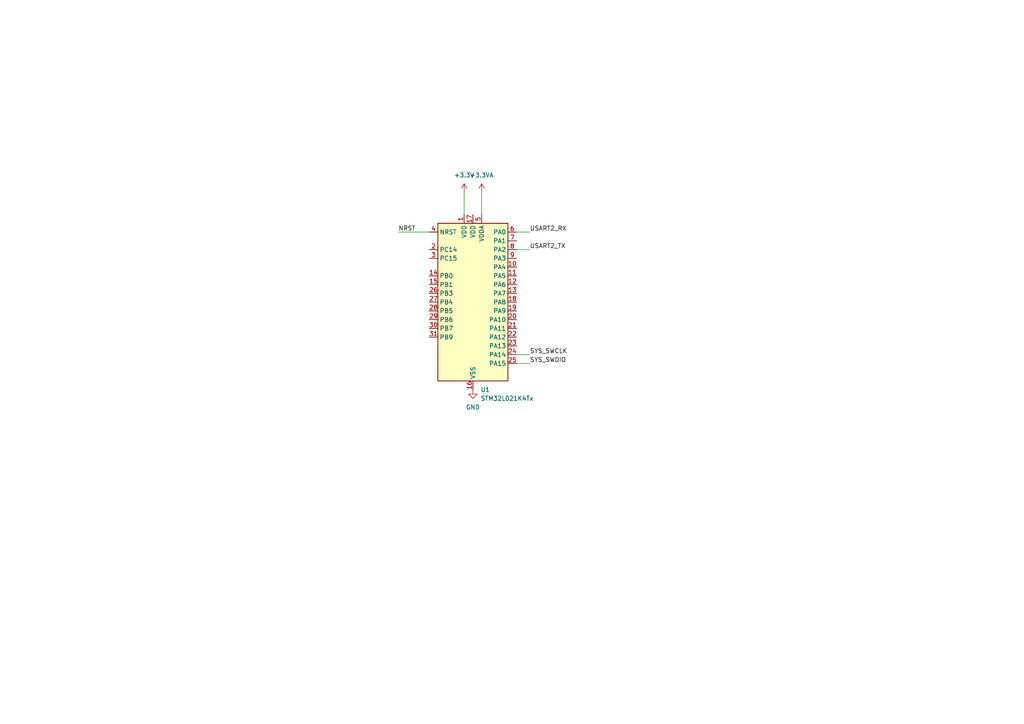
<source format=kicad_sch>
(kicad_sch (version 20230121) (generator eeschema)
  (paper "A4")
  (lib_symbols
    (symbol "MCU_ST_STM32L0:STM32L021K4Tx"
      (property "Reference" "U" (at -10.16 24.13 0))
      (property "Value" "STM32L021K4Tx" (at 5.08 24.13 0))
      (symbol "STM32L021K4Tx_0_1"
        (rectangle (start -10.16 -22.86) (end 10.16 22.86) (stroke (width 0.254)) (fill (type background)))
      )
      (symbol "STM32L021K4Tx_1_1"
        (pin power_in line (at -2.54 25.4 270) (length 2.54) (name "VDD") (number "1"))
        (pin bidirectional line (at 12.7 10.16 180) (length 2.54) (name "PA4") (number "10"))
        (pin bidirectional line (at 12.7 7.62 180) (length 2.54) (name "PA5") (number "11"))
        (pin bidirectional line (at 12.7 5.08 180) (length 2.54) (name "PA6") (number "12"))
        (pin bidirectional line (at 12.7 2.54 180) (length 2.54) (name "PA7") (number "13"))
        (pin bidirectional line (at -12.7 7.62 0) (length 2.54) (name "PB0") (number "14"))
        (pin bidirectional line (at -12.7 5.08 0) (length 2.54) (name "PB1") (number "15"))
        (pin power_in line (at 0 -25.4 90) (length 2.54) (name "VSS") (number "16"))
        (pin power_in line (at 0 25.4 270) (length 2.54) (name "VDD") (number "17"))
        (pin bidirectional line (at 12.7 0 180) (length 2.54) (name "PA8") (number "18"))
        (pin bidirectional line (at 12.7 -2.54 180) (length 2.54) (name "PA9") (number "19"))
        (pin bidirectional line (at -12.7 15.24 0) (length 2.54) (name "PC14") (number "2"))
        (pin bidirectional line (at 12.7 -5.08 180) (length 2.54) (name "PA10") (number "20"))
        (pin bidirectional line (at 12.7 -7.62 180) (length 2.54) (name "PA11") (number "21"))
        (pin bidirectional line (at 12.7 -10.16 180) (length 2.54) (name "PA12") (number "22"))
        (pin bidirectional line (at 12.7 -12.7 180) (length 2.54) (name "PA13") (number "23"))
        (pin bidirectional line (at 12.7 -15.24 180) (length 2.54) (name "PA14") (number "24"))
        (pin bidirectional line (at 12.7 -17.78 180) (length 2.54) (name "PA15") (number "25"))
        (pin bidirectional line (at -12.7 2.54 0) (length 2.54) (name "PB3") (number "26"))
        (pin bidirectional line (at -12.7 0 0) (length 2.54) (name "PB4") (number "27"))
        (pin bidirectional line (at -12.7 -2.54 0) (length 2.54) (name "PB5") (number "28"))
        (pin bidirectional line (at -12.7 -5.08 0) (length 2.54) (name "PB6") (number "29"))
        (pin bidirectional line (at -12.7 12.7 0) (length 2.54) (name "PC15") (number "3"))
        (pin bidirectional line (at -12.7 -7.62 0) (length 2.54) (name "PB7") (number "30"))
        (pin bidirectional line (at -12.7 -10.16 0) (length 2.54) (name "PB9") (number "31"))
        (pin passive line (at 0 -25.4 90) (length 2.54) hide (name "VSS") (number "32"))
        (pin input line (at -12.7 20.32 0) (length 2.54) (name "NRST") (number "4"))
        (pin power_in line (at 2.54 25.4 270) (length 2.54) (name "VDDA") (number "5"))
        (pin bidirectional line (at 12.7 20.32 180) (length 2.54) (name "PA0") (number "6"))
        (pin bidirectional line (at 12.7 17.78 180) (length 2.54) (name "PA1") (number "7"))
        (pin bidirectional line (at 12.7 15.24 180) (length 2.54) (name "PA2") (number "8"))
        (pin bidirectional line (at 12.7 12.7 180) (length 2.54) (name "PA3") (number "9"))
      )
    )
    (symbol "power:+3.3V" (power) (pin_names (offset 0))
      (property "Value" "+3.3V" (at 0 3.556 0))
      (symbol "+3.3V_0_1"
        (polyline (pts (xy -0.762 1.27) (xy 0 2.54)))
        (polyline (pts (xy 0 0) (xy 0 2.54)))
        (polyline (pts (xy 0 2.54) (xy 0.762 1.27)))
      )
      (symbol "+3.3V_1_1"
        (pin power_in line (at 0 0 90) (length 0) hide (name "+3.3V") (number "1"))
      )
    )
    (symbol "power:+3.3VA" (power) (pin_names (offset 0))
      (property "Value" "+3.3VA" (at 0 3.556 0))
      (symbol "+3.3VA_0_1"
        (polyline (pts (xy -0.762 1.27) (xy 0 2.54)))
        (polyline (pts (xy 0 0) (xy 0 2.54)))
        (polyline (pts (xy 0 2.54) (xy 0.762 1.27)))
      )
      (symbol "+3.3VA_1_1"
        (pin power_in line (at 0 0 90) (length 0) hide (name "+3.3VA") (number "1"))
      )
    )
    (symbol "power:GND" (power) (pin_names (offset 0))
      (property "Value" "GND" (at 0 -3.81 0))
      (symbol "GND_0_1"
        (polyline (pts (xy 0 0) (xy 0 -1.27) (xy 1.27 -1.27) (xy 0 -2.54) (xy -1.27 -1.27) (xy 0 -1.27)))
      )
      (symbol "GND_1_1"
        (pin power_in line (at 0 0 270) (length 0) hide (name "GND") (number "1"))
      )
    )
  )
  (wire (pts (xy 134.62 55.88) (xy 134.62 62.23)))
  (wire (pts (xy 149.86 105.41) (xy 153.67 105.41)))
  (wire (pts (xy 115.57 67.31) (xy 124.46 67.31)))
  (wire (pts (xy 149.86 67.31) (xy 153.67 67.31)))
  (wire (pts (xy 139.7 55.88) (xy 139.7 62.23)))
  (wire (pts (xy 149.86 102.87) (xy 153.67 102.87)))
  (wire (pts (xy 149.86 72.39) (xy 153.67 72.39)))
  (label "SYS_SWCLK" (at 153.67 102.87 0))
  (label "USART2_TX" (at 153.67 72.39 0))
  (label "USART2_RX" (at 153.67 67.31 0))
  (label "SYS_SWDIO" (at 153.67 105.41 0))
  (label "NRST" (at 115.57 67.31 0))
  (symbol (lib_id "power:GND") (at 137.16 113.03 0) (unit 1)
    (property "Reference" "#PWR02" (effects hide))
    (property "Value" "GND" (at 137.16 118.11 0))
  )
  (symbol (lib_id "power:+3.3V") (at 134.62 55.88 0) (unit 1)
    (property "Reference" "#PWR03" (effects hide))
    (property "Value" "+3.3V" (at 134.62 50.8 0))
  )
  (symbol (lib_id "power:+3.3VA") (at 139.7 55.88 0) (unit 1)
    (property "Reference" "#PWR04" (effects hide))
    (property "Value" "+3.3VA" (at 139.7 50.8 0))
  )
  (symbol (lib_id "MCU_ST_STM32L0:STM32L021K4Tx") (at 137.16 87.63 0) (unit 1)
    (property "Reference" "U1" (at 139.3541 113.03 0) (effects (justify left)))
    (property "Value" "STM32L021K4Tx" (at 139.3541 115.57 0) (effects (justify left)))
    (property "Footprint" "Package_QFP:LQFP-32_7x7mm_P0.8mm" (effects hide))
    (property "Datasheet" "https://www.st.com/resource/en/datasheet/stm32l021k4.pdf" (effects hide))
  )
)
</source>
